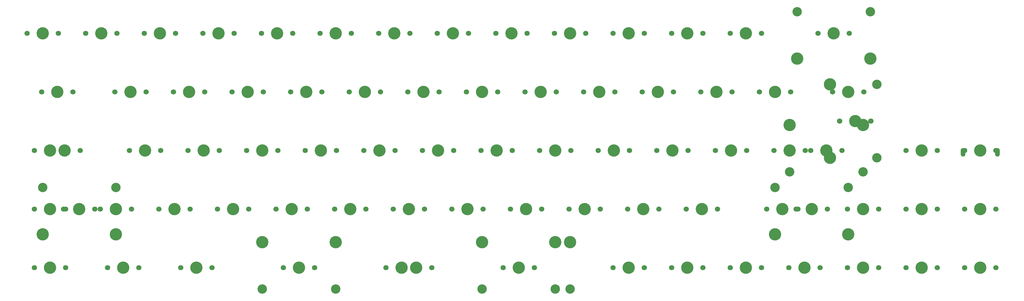
<source format=gbr>
%TF.GenerationSoftware,KiCad,Pcbnew,(6.0.1)*%
%TF.CreationDate,2022-05-17T01:39:30-04:00*%
%TF.ProjectId,GanJing 65 rev 2 solder,47616e4a-696e-4672-9036-352072657620,2*%
%TF.SameCoordinates,Original*%
%TF.FileFunction,NonPlated,1,2,NPTH,Mixed*%
%TF.FilePolarity,Positive*%
%FSLAX46Y46*%
G04 Gerber Fmt 4.6, Leading zero omitted, Abs format (unit mm)*
G04 Created by KiCad (PCBNEW (6.0.1)) date 2022-05-17 01:39:30*
%MOMM*%
%LPD*%
G01*
G04 APERTURE LIST*
G04 aperture for slot hole*
%TA.AperFunction,ComponentDrill*%
%ADD10O,1.500000X2.800000*%
%TD*%
%TA.AperFunction,ComponentDrill*%
%ADD11C,1.700000*%
%TD*%
%TA.AperFunction,ComponentDrill*%
%ADD12C,1.750000*%
%TD*%
%TA.AperFunction,ComponentDrill*%
%ADD13C,3.050000*%
%TD*%
%TA.AperFunction,ComponentDrill*%
%ADD14C,3.987800*%
%TD*%
%TA.AperFunction,ComponentDrill*%
%ADD15C,4.000000*%
%TD*%
G04 APERTURE END LIST*
D10*
%TO.C,SW1*%
X358731250Y-143475000D03*
X369931250Y-143475000D03*
D11*
%TO.C,MX1*%
X54451250Y-104775000D03*
%TO.C,MX75*%
X56832500Y-142875000D03*
%TO.C,MX77*%
X56832500Y-161925000D03*
%TO.C,MX61*%
X56832500Y-180975000D03*
%TO.C,MX16*%
X59213750Y-123825000D03*
%TO.C,MX31*%
X61595000Y-142875000D03*
%TO.C,MX1*%
X64611250Y-104775000D03*
%TO.C,MX46*%
X66357500Y-161925000D03*
%TO.C,MX75*%
X66992500Y-142875000D03*
%TO.C,MX77*%
X66992500Y-161925000D03*
%TO.C,MX61*%
X66992500Y-180975000D03*
%TO.C,MX16*%
X69373750Y-123825000D03*
%TO.C,MX31*%
X71755000Y-142875000D03*
%TO.C,MX2*%
X73501250Y-104775000D03*
%TO.C,MX46*%
X76517500Y-161925000D03*
%TO.C,MX47*%
X78263750Y-161925000D03*
%TO.C,MX62*%
X80645000Y-180975000D03*
%TO.C,MX17*%
X83026250Y-123825000D03*
%TO.C,MX2*%
X83661250Y-104775000D03*
%TO.C,MX32*%
X87788750Y-142875000D03*
%TO.C,MX47*%
X88423750Y-161925000D03*
%TO.C,MX62*%
X90805000Y-180975000D03*
%TO.C,MX3*%
X92551250Y-104775000D03*
%TO.C,MX17*%
X93186250Y-123825000D03*
%TO.C,MX48*%
X97313750Y-161925000D03*
%TO.C,MX32*%
X97948750Y-142875000D03*
%TO.C,MX18*%
X102076250Y-123825000D03*
%TO.C,MX3*%
X102711250Y-104775000D03*
%TO.C,MX63*%
X104457500Y-180975000D03*
%TO.C,MX33*%
X106838750Y-142875000D03*
%TO.C,MX48*%
X107473750Y-161925000D03*
%TO.C,MX4*%
X111601250Y-104775000D03*
%TO.C,MX18*%
X112236250Y-123825000D03*
%TO.C,MX63*%
X114617500Y-180975000D03*
%TO.C,MX49*%
X116363750Y-161925000D03*
%TO.C,MX33*%
X116998750Y-142875000D03*
%TO.C,MX19*%
X121126250Y-123825000D03*
%TO.C,MX4*%
X121761250Y-104775000D03*
%TO.C,MX34*%
X125888750Y-142875000D03*
%TO.C,MX49*%
X126523750Y-161925000D03*
%TO.C,MX5*%
X130651250Y-104775000D03*
%TO.C,MX19*%
X131286250Y-123825000D03*
%TO.C,MX50*%
X135413750Y-161925000D03*
%TO.C,MX34*%
X136048750Y-142875000D03*
%TO.C,MX64*%
X137795000Y-180975000D03*
%TO.C,MX20*%
X140176250Y-123825000D03*
%TO.C,MX5*%
X140811250Y-104775000D03*
%TO.C,MX35*%
X144938750Y-142875000D03*
%TO.C,MX50*%
X145573750Y-161925000D03*
%TO.C,MX64*%
X147955000Y-180975000D03*
%TO.C,MX6*%
X149701250Y-104775000D03*
%TO.C,MX20*%
X150336250Y-123825000D03*
%TO.C,MX51*%
X154463750Y-161925000D03*
%TO.C,MX35*%
X155098750Y-142875000D03*
%TO.C,MX21*%
X159226250Y-123825000D03*
%TO.C,MX6*%
X159861250Y-104775000D03*
%TO.C,MX36*%
X163988750Y-142875000D03*
%TO.C,MX51*%
X164623750Y-161925000D03*
%TO.C,MX7*%
X168751250Y-104775000D03*
%TO.C,MX21*%
X169386250Y-123825000D03*
%TO.C,MX65*%
X171132500Y-180975000D03*
%TO.C,MX52*%
X173513750Y-161925000D03*
%TO.C,MX36*%
X174148750Y-142875000D03*
%TO.C,MX66*%
X175895000Y-180975000D03*
%TO.C,MX22*%
X178276250Y-123825000D03*
%TO.C,MX7*%
X178911250Y-104775000D03*
%TO.C,MX65*%
X181292500Y-180975000D03*
%TO.C,MX37*%
X183038750Y-142875000D03*
%TO.C,MX52*%
X183673750Y-161925000D03*
%TO.C,MX66*%
X186055000Y-180975000D03*
%TO.C,MX8*%
X187801250Y-104775000D03*
%TO.C,MX22*%
X188436250Y-123825000D03*
%TO.C,MX53*%
X192563750Y-161925000D03*
%TO.C,MX37*%
X193198750Y-142875000D03*
%TO.C,MX23*%
X197326250Y-123825000D03*
%TO.C,MX8*%
X197961250Y-104775000D03*
%TO.C,MX38*%
X202088750Y-142875000D03*
%TO.C,MX53*%
X202723750Y-161925000D03*
%TO.C,MX9*%
X206851250Y-104775000D03*
%TO.C,MX23*%
X207486250Y-123825000D03*
%TO.C,MX67*%
X209232500Y-180975000D03*
%TO.C,MX54*%
X211613750Y-161925000D03*
%TO.C,MX38*%
X212248750Y-142875000D03*
%TO.C,MX24*%
X216376250Y-123825000D03*
%TO.C,MX9*%
X217011250Y-104775000D03*
%TO.C,MX67*%
X219392500Y-180975000D03*
%TO.C,MX39*%
X221138750Y-142875000D03*
%TO.C,MX54*%
X221773750Y-161925000D03*
%TO.C,MX10*%
X225901250Y-104775000D03*
%TO.C,MX24*%
X226536250Y-123825000D03*
%TO.C,MX55*%
X230663750Y-161925000D03*
%TO.C,MX39*%
X231298750Y-142875000D03*
%TO.C,MX25*%
X235426250Y-123825000D03*
%TO.C,MX10*%
X236061250Y-104775000D03*
%TO.C,MX40*%
X240188750Y-142875000D03*
%TO.C,MX55*%
X240823750Y-161925000D03*
%TO.C,MX11*%
X244951250Y-104775000D03*
%TO.C,MX68*%
X244951250Y-180975000D03*
%TO.C,MX25*%
X245586250Y-123825000D03*
%TO.C,MX56*%
X249713750Y-161925000D03*
%TO.C,MX40*%
X250348750Y-142875000D03*
%TO.C,MX26*%
X254476250Y-123825000D03*
%TO.C,MX11*%
X255111250Y-104775000D03*
%TO.C,MX68*%
X255111250Y-180975000D03*
%TO.C,MX41*%
X259238750Y-142875000D03*
%TO.C,MX56*%
X259873750Y-161925000D03*
%TO.C,MX12*%
X264001250Y-104775000D03*
%TO.C,MX69*%
X264001250Y-180975000D03*
%TO.C,MX26*%
X264636250Y-123825000D03*
%TO.C,MX57*%
X268763750Y-161925000D03*
%TO.C,MX41*%
X269398750Y-142875000D03*
%TO.C,MX27*%
X273526250Y-123825000D03*
%TO.C,MX12*%
X274161250Y-104775000D03*
%TO.C,MX69*%
X274161250Y-180975000D03*
%TO.C,MX42*%
X278288750Y-142875000D03*
%TO.C,MX57*%
X278923750Y-161925000D03*
%TO.C,MX13*%
X283051250Y-104775000D03*
%TO.C,MX70*%
X283051250Y-180975000D03*
%TO.C,MX27*%
X283686250Y-123825000D03*
%TO.C,MX42*%
X288448750Y-142875000D03*
%TO.C,MX28*%
X292576250Y-123825000D03*
%TO.C,MX13*%
X293211250Y-104775000D03*
%TO.C,MX70*%
X293211250Y-180975000D03*
%TO.C,MX78*%
X294957500Y-161925000D03*
%TO.C,MX43*%
X297338750Y-142875000D03*
%TO.C,MX71*%
X302101250Y-180975000D03*
%TO.C,MX28*%
X302736250Y-123825000D03*
%TO.C,MX58*%
X304482500Y-161925000D03*
%TO.C,MX78*%
X305117500Y-161925000D03*
%TO.C,MX43*%
X307498750Y-142875000D03*
%TO.C,MX44*%
X309245000Y-142875000D03*
%TO.C,MX14*%
X311626250Y-104775000D03*
%TO.C,MX71*%
X312261250Y-180975000D03*
%TO.C,MX58*%
X314642500Y-161925000D03*
%TO.C,MX29*%
X316388750Y-123825000D03*
%TO.C,MX44*%
X319405000Y-142875000D03*
%TO.C,MX59*%
X321151250Y-161925000D03*
%TO.C,MX72*%
X321151250Y-180975000D03*
%TO.C,MX14*%
X321786250Y-104775000D03*
%TO.C,MX29*%
X326548750Y-123825000D03*
%TO.C,MX59*%
X331311250Y-161925000D03*
%TO.C,MX72*%
X331311250Y-180975000D03*
%TO.C,MX30*%
X340201250Y-142875000D03*
%TO.C,MX45*%
X340201250Y-161925000D03*
%TO.C,MX73*%
X340201250Y-180975000D03*
%TO.C,MX30*%
X350361250Y-142875000D03*
%TO.C,MX45*%
X350361250Y-161925000D03*
%TO.C,MX73*%
X350361250Y-180975000D03*
%TO.C,MX15*%
X359240000Y-142860000D03*
%TO.C,MX60*%
X359251250Y-161925000D03*
%TO.C,MX74*%
X359251250Y-180975000D03*
%TO.C,MX15*%
X369400000Y-142860000D03*
%TO.C,MX60*%
X369411250Y-161925000D03*
%TO.C,MX74*%
X369411250Y-180975000D03*
D12*
%TO.C,MX76*%
X318645000Y-133350000D03*
X328805000Y-133350000D03*
D13*
%TO.C,MX46*%
X59537500Y-154925000D03*
X83337500Y-154925000D03*
%TO.C,MX64*%
X130975000Y-187975000D03*
%TO.C,MX66*%
X130975100Y-187960000D03*
%TO.C,MX64*%
X154775000Y-187975000D03*
%TO.C,MX67*%
X202412500Y-187975000D03*
X226212500Y-187975000D03*
%TO.C,MX66*%
X230974900Y-187960000D03*
%TO.C,MX58*%
X297662500Y-154925000D03*
%TO.C,MX44*%
X302425000Y-149875000D03*
%TO.C,MX14*%
X304806250Y-97775000D03*
%TO.C,MX58*%
X321462500Y-154925000D03*
%TO.C,MX44*%
X326225000Y-149875000D03*
%TO.C,MX14*%
X328606250Y-97775000D03*
%TO.C,MX76*%
X330710000Y-121412000D03*
X330710000Y-145288000D03*
D14*
X323725000Y-133350000D03*
D15*
%TO.C,MX1*%
X59531250Y-104775000D03*
%TO.C,MX46*%
X59537500Y-170165000D03*
%TO.C,MX75*%
X61912500Y-142875000D03*
%TO.C,MX77*%
X61912500Y-161925000D03*
%TO.C,MX61*%
X61912500Y-180975000D03*
%TO.C,MX16*%
X64293750Y-123825000D03*
%TO.C,MX31*%
X66675000Y-142875000D03*
%TO.C,MX46*%
X71437500Y-161925000D03*
%TO.C,MX2*%
X78581250Y-104775000D03*
%TO.C,MX46*%
X83337500Y-170165000D03*
%TO.C,MX47*%
X83343750Y-161925000D03*
%TO.C,MX62*%
X85725000Y-180975000D03*
%TO.C,MX17*%
X88106250Y-123825000D03*
%TO.C,MX32*%
X92868750Y-142875000D03*
%TO.C,MX3*%
X97631250Y-104775000D03*
%TO.C,MX48*%
X102393750Y-161925000D03*
%TO.C,MX18*%
X107156250Y-123825000D03*
%TO.C,MX63*%
X109537500Y-180975000D03*
%TO.C,MX33*%
X111918750Y-142875000D03*
%TO.C,MX4*%
X116681250Y-104775000D03*
%TO.C,MX49*%
X121443750Y-161925000D03*
%TO.C,MX19*%
X126206250Y-123825000D03*
%TO.C,MX34*%
X130968750Y-142875000D03*
%TO.C,MX64*%
X130975000Y-172735000D03*
%TO.C,MX66*%
X130975100Y-172720000D03*
%TO.C,MX5*%
X135731250Y-104775000D03*
%TO.C,MX50*%
X140493750Y-161925000D03*
%TO.C,MX64*%
X142875000Y-180975000D03*
%TO.C,MX20*%
X145256250Y-123825000D03*
%TO.C,MX35*%
X150018750Y-142875000D03*
%TO.C,MX64*%
X154775000Y-172735000D03*
%TO.C,MX6*%
X154781250Y-104775000D03*
%TO.C,MX51*%
X159543750Y-161925000D03*
%TO.C,MX21*%
X164306250Y-123825000D03*
%TO.C,MX36*%
X169068750Y-142875000D03*
%TO.C,MX7*%
X173831250Y-104775000D03*
%TO.C,MX65*%
X176212500Y-180975000D03*
%TO.C,MX52*%
X178593750Y-161925000D03*
%TO.C,MX66*%
X180975000Y-180975000D03*
%TO.C,MX22*%
X183356250Y-123825000D03*
%TO.C,MX37*%
X188118750Y-142875000D03*
%TO.C,MX8*%
X192881250Y-104775000D03*
%TO.C,MX53*%
X197643750Y-161925000D03*
%TO.C,MX23*%
X202406250Y-123825000D03*
%TO.C,MX67*%
X202412500Y-172735000D03*
%TO.C,MX38*%
X207168750Y-142875000D03*
%TO.C,MX9*%
X211931250Y-104775000D03*
%TO.C,MX67*%
X214312500Y-180975000D03*
%TO.C,MX54*%
X216693750Y-161925000D03*
%TO.C,MX24*%
X221456250Y-123825000D03*
%TO.C,MX67*%
X226212500Y-172735000D03*
%TO.C,MX39*%
X226218750Y-142875000D03*
%TO.C,MX66*%
X230974900Y-172720000D03*
%TO.C,MX10*%
X230981250Y-104775000D03*
%TO.C,MX55*%
X235743750Y-161925000D03*
%TO.C,MX25*%
X240506250Y-123825000D03*
%TO.C,MX40*%
X245268750Y-142875000D03*
%TO.C,MX11*%
X250031250Y-104775000D03*
%TO.C,MX68*%
X250031250Y-180975000D03*
%TO.C,MX56*%
X254793750Y-161925000D03*
%TO.C,MX26*%
X259556250Y-123825000D03*
%TO.C,MX41*%
X264318750Y-142875000D03*
%TO.C,MX12*%
X269081250Y-104775000D03*
%TO.C,MX69*%
X269081250Y-180975000D03*
%TO.C,MX57*%
X273843750Y-161925000D03*
%TO.C,MX27*%
X278606250Y-123825000D03*
%TO.C,MX42*%
X283368750Y-142875000D03*
%TO.C,MX13*%
X288131250Y-104775000D03*
%TO.C,MX70*%
X288131250Y-180975000D03*
%TO.C,MX28*%
X297656250Y-123825000D03*
%TO.C,MX58*%
X297662500Y-170165000D03*
%TO.C,MX78*%
X300037500Y-161925000D03*
%TO.C,MX43*%
X302418750Y-142875000D03*
%TO.C,MX44*%
X302425000Y-134635000D03*
%TO.C,MX14*%
X304806250Y-113015000D03*
%TO.C,MX71*%
X307181250Y-180975000D03*
%TO.C,MX58*%
X309562500Y-161925000D03*
%TO.C,MX44*%
X314325000Y-142875000D03*
%TO.C,MX76*%
X315470000Y-121412000D03*
X315470000Y-145288000D03*
%TO.C,MX14*%
X316706250Y-104775000D03*
%TO.C,MX58*%
X321462500Y-170165000D03*
%TO.C,MX29*%
X321468750Y-123825000D03*
%TO.C,MX44*%
X326225000Y-134635000D03*
%TO.C,MX59*%
X326231250Y-161925000D03*
%TO.C,MX72*%
X326231250Y-180975000D03*
%TO.C,MX14*%
X328606250Y-113015000D03*
%TO.C,MX30*%
X345281250Y-142875000D03*
%TO.C,MX45*%
X345281250Y-161925000D03*
%TO.C,MX73*%
X345281250Y-180975000D03*
%TO.C,MX15*%
X364320000Y-142860000D03*
%TO.C,MX60*%
X364331250Y-161925000D03*
%TO.C,MX74*%
X364331250Y-180975000D03*
M02*

</source>
